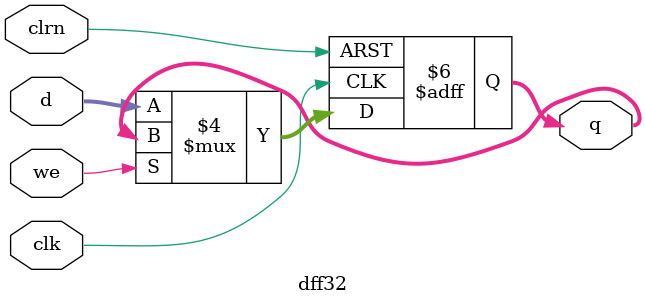
<source format=v>
`timescale 1ns / 1ps
module dff32(d,we,clk,clrn,q
    );
	 input [31:0] d;
	 input clk,clrn,we;
	 output [31:0] q;
    reg [31:0] q;
    always @ (negedge clrn or posedge clk)
		 if(clrn==0)
			 begin
				  q<=0;
			  end
		 else if(!we)
			begin		      
				  q<=d;
			  end		  
endmodule
</source>
